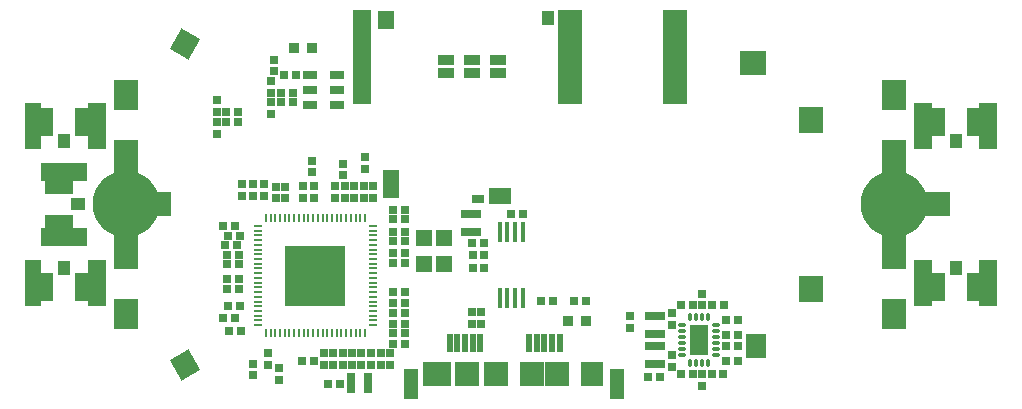
<source format=gbs>
G04*
G04 #@! TF.GenerationSoftware,Altium Limited,Altium Designer,18.1.6 (161)*
G04*
G04 Layer_Color=16711935*
%FSLAX24Y24*%
%MOIN*%
G70*
G01*
G75*
%ADD31R,0.0252X0.0252*%
%ADD32R,0.0921X0.0488*%
%ADD33R,0.0469X0.0449*%
%ADD35R,0.0370X0.0370*%
%ADD37R,0.1551X0.0646*%
%ADD40R,0.0646X0.1551*%
%ADD41R,0.0567X0.1551*%
%ADD44C,0.2220*%
G04:AMPARAMS|DCode=63|XSize=9.1mil|YSize=29.5mil|CornerRadius=2.3mil|HoleSize=0mil|Usage=FLASHONLY|Rotation=0.000|XOffset=0mil|YOffset=0mil|HoleType=Round|Shape=RoundedRectangle|*
%AMROUNDEDRECTD63*
21,1,0.0091,0.0250,0,0,0.0*
21,1,0.0045,0.0295,0,0,0.0*
1,1,0.0045,0.0023,-0.0125*
1,1,0.0045,-0.0023,-0.0125*
1,1,0.0045,-0.0023,0.0125*
1,1,0.0045,0.0023,0.0125*
%
%ADD63ROUNDEDRECTD63*%
G04:AMPARAMS|DCode=80|XSize=9.1mil|YSize=29.5mil|CornerRadius=2.3mil|HoleSize=0mil|Usage=FLASHONLY|Rotation=90.000|XOffset=0mil|YOffset=0mil|HoleType=Round|Shape=RoundedRectangle|*
%AMROUNDEDRECTD80*
21,1,0.0091,0.0250,0,0,90.0*
21,1,0.0045,0.0295,0,0,90.0*
1,1,0.0045,0.0125,0.0023*
1,1,0.0045,0.0125,-0.0023*
1,1,0.0045,-0.0125,-0.0023*
1,1,0.0045,-0.0125,0.0023*
%
%ADD80ROUNDEDRECTD80*%
%ADD82R,0.0630X0.1024*%
%ADD89R,0.0787X0.2165*%
%ADD90R,0.0787X0.0984*%
G04:AMPARAMS|DCode=91|XSize=78.7mil|YSize=71.9mil|CornerRadius=0mil|HoleSize=0mil|Usage=FLASHONLY|Rotation=240.000|XOffset=0mil|YOffset=0mil|HoleType=Round|Shape=Rectangle|*
%AMROTATEDRECTD91*
4,1,4,-0.0115,0.0521,0.0508,0.0161,0.0115,-0.0521,-0.0508,-0.0161,-0.0115,0.0521,0.0*
%
%ADD91ROTATEDRECTD91*%

G04:AMPARAMS|DCode=92|XSize=78.7mil|YSize=71.9mil|CornerRadius=0mil|HoleSize=0mil|Usage=FLASHONLY|Rotation=120.000|XOffset=0mil|YOffset=0mil|HoleType=Round|Shape=Rectangle|*
%AMROTATEDRECTD92*
4,1,4,0.0508,-0.0161,-0.0115,-0.0521,-0.0508,0.0161,0.0115,0.0521,0.0508,-0.0161,0.0*
%
%ADD92ROTATEDRECTD92*%

%ADD93R,0.0630X0.3150*%
%ADD94R,0.1496X0.0787*%
%ADD95R,0.0512X0.0984*%
%ADD96R,0.0512X0.0984*%
%ADD97R,0.0866X0.0787*%
%ADD98R,0.0787X0.0906*%
%ADD99R,0.0669X0.0787*%
%ADD100R,0.0787X0.3150*%
%ADD101R,0.1870X0.0787*%
%ADD102R,0.2047X0.2047*%
%ADD103R,0.0252X0.0252*%
%ADD104R,0.0488X0.0921*%
%ADD105R,0.0449X0.0469*%
%ADD106R,0.0173X0.0705*%
%ADD107R,0.0685X0.0252*%
%ADD108R,0.0528X0.0567*%
%ADD109R,0.0961X0.0803*%
%ADD110R,0.0803X0.0803*%
%ADD111R,0.0764X0.0803*%
%ADD112R,0.0216X0.0590*%
%ADD113R,0.0744X0.0567*%
%ADD114R,0.0449X0.0488*%
%ADD115R,0.0449X0.0311*%
%ADD116R,0.0528X0.0980*%
%ADD117R,0.0528X0.0606*%
%ADD118R,0.0528X0.0370*%
%ADD119R,0.0252X0.0685*%
G04:AMPARAMS|DCode=120|XSize=15.4mil|YSize=25.2mil|CornerRadius=5.2mil|HoleSize=0mil|Usage=FLASHONLY|Rotation=0.000|XOffset=0mil|YOffset=0mil|HoleType=Round|Shape=RoundedRectangle|*
%AMROUNDEDRECTD120*
21,1,0.0154,0.0148,0,0,0.0*
21,1,0.0049,0.0252,0,0,0.0*
1,1,0.0104,0.0025,-0.0074*
1,1,0.0104,-0.0025,-0.0074*
1,1,0.0104,-0.0025,0.0074*
1,1,0.0104,0.0025,0.0074*
%
%ADD120ROUNDEDRECTD120*%
G04:AMPARAMS|DCode=121|XSize=15.4mil|YSize=25.2mil|CornerRadius=5.2mil|HoleSize=0mil|Usage=FLASHONLY|Rotation=270.000|XOffset=0mil|YOffset=0mil|HoleType=Round|Shape=RoundedRectangle|*
%AMROUNDEDRECTD121*
21,1,0.0154,0.0148,0,0,270.0*
21,1,0.0049,0.0252,0,0,270.0*
1,1,0.0104,-0.0074,-0.0025*
1,1,0.0104,-0.0074,0.0025*
1,1,0.0104,0.0074,0.0025*
1,1,0.0104,0.0074,-0.0025*
%
%ADD121ROUNDEDRECTD121*%
%ADD122R,0.0488X0.0307*%
G54D31*
X71880Y24390D02*
D03*
X71486D02*
D03*
X81349Y25738D02*
D03*
X80955D02*
D03*
X71909Y22677D02*
D03*
X71516D02*
D03*
X77037Y24104D02*
D03*
X77431D02*
D03*
X77037Y23130D02*
D03*
X77431D02*
D03*
X74400Y20837D02*
D03*
X74006D02*
D03*
X88140Y21722D02*
D03*
X88533D02*
D03*
X86624Y22697D02*
D03*
X87018D02*
D03*
X85915Y20305D02*
D03*
X85522D02*
D03*
X73780Y30364D02*
D03*
X73386D02*
D03*
X86624Y20404D02*
D03*
X87018D02*
D03*
X71427Y24705D02*
D03*
X71821D02*
D03*
X71555Y21831D02*
D03*
X71949D02*
D03*
X88140Y21358D02*
D03*
X88533D02*
D03*
X71752Y22274D02*
D03*
X71358D02*
D03*
X77037Y24843D02*
D03*
X77431D02*
D03*
X77037Y25563D02*
D03*
X77431D02*
D03*
X77431Y22087D02*
D03*
X77037D02*
D03*
X79675Y24360D02*
D03*
X80069D02*
D03*
X79670Y24785D02*
D03*
X80064D02*
D03*
X75266Y20089D02*
D03*
X74872D02*
D03*
X88041Y20404D02*
D03*
X87648D02*
D03*
X88140Y20846D02*
D03*
X88533D02*
D03*
X87657Y22697D02*
D03*
X88051D02*
D03*
X88533Y22215D02*
D03*
X88140D02*
D03*
X71742Y25335D02*
D03*
X71348D02*
D03*
X77037Y24429D02*
D03*
X77431D02*
D03*
X77037Y22766D02*
D03*
X77431D02*
D03*
X77037Y25878D02*
D03*
X77431D02*
D03*
X71516Y25020D02*
D03*
X71909D02*
D03*
X77037Y22431D02*
D03*
X77431D02*
D03*
X73689Y29775D02*
D03*
Y29460D02*
D03*
X81949Y22835D02*
D03*
X82343D02*
D03*
X83051D02*
D03*
X83445D02*
D03*
X77037Y25157D02*
D03*
X77431D02*
D03*
X71880Y24075D02*
D03*
X71486D02*
D03*
X77037Y21417D02*
D03*
X77431D02*
D03*
X77037Y21762D02*
D03*
X77431D02*
D03*
X71467Y29134D02*
D03*
Y28819D02*
D03*
X73296Y29775D02*
D03*
Y29460D02*
D03*
X71880Y23573D02*
D03*
Y23258D02*
D03*
X71860Y29134D02*
D03*
Y28819D02*
D03*
X80069Y23937D02*
D03*
X79675D02*
D03*
X71486Y23573D02*
D03*
Y23258D02*
D03*
G54D32*
X65906Y25472D02*
D03*
Y26654D02*
D03*
G54D33*
X66535Y26063D02*
D03*
G54D35*
X73740Y31289D02*
D03*
X74331D02*
D03*
X82854Y22185D02*
D03*
X83445D02*
D03*
G54D37*
X66063Y24980D02*
D03*
Y27146D02*
D03*
G54D40*
X67146Y28681D02*
D03*
Y23445D02*
D03*
X96870Y28681D02*
D03*
X94705D02*
D03*
X96870Y23445D02*
D03*
X94705D02*
D03*
G54D41*
X65020Y28681D02*
D03*
Y23445D02*
D03*
G54D44*
X93720Y26063D02*
D03*
X68130D02*
D03*
G54D63*
X74518Y21772D02*
D03*
X74675D02*
D03*
X73888D02*
D03*
X74045D02*
D03*
X72943D02*
D03*
X73100D02*
D03*
X73258D02*
D03*
X72785D02*
D03*
X75935Y25610D02*
D03*
X76093D02*
D03*
X73415Y21772D02*
D03*
X73573D02*
D03*
X73730D02*
D03*
X74203D02*
D03*
X74360D02*
D03*
X74833D02*
D03*
X74990D02*
D03*
X75148D02*
D03*
X75305D02*
D03*
X75463D02*
D03*
X75620D02*
D03*
X75778D02*
D03*
X75935D02*
D03*
X76093D02*
D03*
X75778Y25610D02*
D03*
X75620D02*
D03*
X75463D02*
D03*
X75305D02*
D03*
X75148D02*
D03*
X74675D02*
D03*
X74518D02*
D03*
X74360D02*
D03*
X74203D02*
D03*
X73730D02*
D03*
X73573D02*
D03*
X73415D02*
D03*
X73258D02*
D03*
X73100D02*
D03*
X72943D02*
D03*
X72785D02*
D03*
X74045D02*
D03*
X73888D02*
D03*
X74990D02*
D03*
X74833D02*
D03*
G54D80*
X76358Y22352D02*
D03*
Y22195D02*
D03*
Y22037D02*
D03*
X72520Y25187D02*
D03*
X76358Y22510D02*
D03*
Y22667D02*
D03*
Y22825D02*
D03*
Y22982D02*
D03*
Y23140D02*
D03*
Y23297D02*
D03*
Y23455D02*
D03*
Y23612D02*
D03*
Y23770D02*
D03*
Y23927D02*
D03*
Y24085D02*
D03*
Y24242D02*
D03*
Y24400D02*
D03*
Y24557D02*
D03*
Y24715D02*
D03*
Y24872D02*
D03*
Y25030D02*
D03*
Y25187D02*
D03*
Y25344D02*
D03*
X72520Y25344D02*
D03*
Y25030D02*
D03*
Y24872D02*
D03*
Y24715D02*
D03*
Y24557D02*
D03*
Y24400D02*
D03*
Y24242D02*
D03*
Y24085D02*
D03*
Y23927D02*
D03*
Y23770D02*
D03*
Y23612D02*
D03*
Y23140D02*
D03*
Y22825D02*
D03*
Y22667D02*
D03*
Y22510D02*
D03*
Y22352D02*
D03*
Y22195D02*
D03*
Y22037D02*
D03*
Y22982D02*
D03*
Y23455D02*
D03*
Y23297D02*
D03*
G54D82*
X87215Y21545D02*
D03*
G54D89*
X68130Y27146D02*
D03*
X68130Y24980D02*
D03*
X93720D02*
D03*
X93720Y27146D02*
D03*
G54D90*
X68130Y29705D02*
D03*
X68130Y22421D02*
D03*
X93720D02*
D03*
X93720Y29705D02*
D03*
G54D91*
X70095Y31408D02*
D03*
G54D92*
Y20718D02*
D03*
G54D93*
X76004Y30984D02*
D03*
G54D94*
X68878Y26063D02*
D03*
G54D95*
X77638Y20059D02*
D03*
G54D96*
X84488Y20059D02*
D03*
G54D97*
X89035Y30787D02*
D03*
G54D98*
X90965Y28878D02*
D03*
Y23248D02*
D03*
G54D99*
X89134Y21339D02*
D03*
G54D100*
X82933Y30984D02*
D03*
X86437D02*
D03*
G54D101*
X94656Y26063D02*
D03*
G54D102*
X74439Y23691D02*
D03*
G54D103*
X79656Y22461D02*
D03*
X79970D02*
D03*
X73051Y30492D02*
D03*
Y30886D02*
D03*
X74400Y26270D02*
D03*
Y26663D02*
D03*
X76299Y21112D02*
D03*
Y20719D02*
D03*
X75413Y26270D02*
D03*
Y26663D02*
D03*
X72874Y21102D02*
D03*
Y20709D02*
D03*
X73435Y26260D02*
D03*
Y26654D02*
D03*
X75344Y21112D02*
D03*
Y20719D02*
D03*
X76614Y21112D02*
D03*
Y20719D02*
D03*
X75728Y26270D02*
D03*
Y26663D02*
D03*
X73120Y26260D02*
D03*
Y26654D02*
D03*
X84911Y22334D02*
D03*
Y21941D02*
D03*
X76358Y26663D02*
D03*
Y26270D02*
D03*
X75098Y26663D02*
D03*
Y26270D02*
D03*
X74035Y26663D02*
D03*
Y26270D02*
D03*
X72352Y20758D02*
D03*
Y20364D02*
D03*
X86309Y20650D02*
D03*
Y21043D02*
D03*
X79970Y22067D02*
D03*
X79656D02*
D03*
X87333Y20404D02*
D03*
Y20010D02*
D03*
Y23091D02*
D03*
Y22697D02*
D03*
X73217Y20600D02*
D03*
Y20207D02*
D03*
X76939Y21112D02*
D03*
Y20719D02*
D03*
X75030Y21112D02*
D03*
Y20719D02*
D03*
X75974Y21112D02*
D03*
Y20719D02*
D03*
X75659D02*
D03*
Y21112D02*
D03*
X76043Y26270D02*
D03*
Y26663D02*
D03*
X74715Y21112D02*
D03*
Y20719D02*
D03*
X86309Y22451D02*
D03*
Y22057D02*
D03*
X72971Y29067D02*
D03*
X71152Y29528D02*
D03*
Y28425D02*
D03*
X72352Y26339D02*
D03*
Y26732D02*
D03*
X76083Y27628D02*
D03*
Y27234D02*
D03*
X72971Y30169D02*
D03*
X74321Y27126D02*
D03*
Y27520D02*
D03*
X71978Y26339D02*
D03*
Y26732D02*
D03*
X72726Y26339D02*
D03*
Y26732D02*
D03*
X75344Y27421D02*
D03*
Y27028D02*
D03*
X71152Y29134D02*
D03*
Y28819D02*
D03*
X72971Y29775D02*
D03*
Y29460D02*
D03*
G54D104*
X96378Y23307D02*
D03*
X95197D02*
D03*
Y28819D02*
D03*
X96378D02*
D03*
X66654Y23307D02*
D03*
X65472D02*
D03*
Y28819D02*
D03*
X66654D02*
D03*
G54D105*
X95787Y23937D02*
D03*
Y28189D02*
D03*
X66063Y23937D02*
D03*
Y28189D02*
D03*
G54D106*
X80579Y25136D02*
D03*
X80835D02*
D03*
X81347D02*
D03*
X80579Y22951D02*
D03*
X80835D02*
D03*
X81091D02*
D03*
X81347D02*
D03*
X81091Y25136D02*
D03*
G54D107*
X85748Y22333D02*
D03*
Y21742D02*
D03*
X85748Y21339D02*
D03*
Y20748D02*
D03*
X79626Y25738D02*
D03*
Y25148D02*
D03*
G54D108*
X78740Y24085D02*
D03*
Y24951D02*
D03*
X78071Y24085D02*
D03*
Y24951D02*
D03*
G54D109*
X78484Y20404D02*
D03*
G54D110*
X82490D02*
D03*
X81644D02*
D03*
X80472D02*
D03*
X79488D02*
D03*
G54D111*
X83642D02*
D03*
G54D112*
X81555Y21447D02*
D03*
X81811D02*
D03*
X82579D02*
D03*
X79429D02*
D03*
X79173D02*
D03*
X78917D02*
D03*
X79941D02*
D03*
X79685D02*
D03*
X82323D02*
D03*
X82067D02*
D03*
G54D113*
X80598Y26358D02*
D03*
G54D114*
X82185Y32264D02*
D03*
G54D115*
X79862Y26230D02*
D03*
G54D116*
X76949Y26742D02*
D03*
G54D117*
X76791Y32205D02*
D03*
G54D118*
X79654Y30866D02*
D03*
X78791Y30433D02*
D03*
X80516D02*
D03*
X79654D02*
D03*
X80516Y30866D02*
D03*
X78791D02*
D03*
G54D119*
X75610Y20098D02*
D03*
X76201D02*
D03*
G54D120*
X86919Y20778D02*
D03*
X87116D02*
D03*
X87313D02*
D03*
X87510D02*
D03*
Y22313D02*
D03*
X87313D02*
D03*
X87116D02*
D03*
X86919D02*
D03*
G54D121*
X87785Y21053D02*
D03*
Y21250D02*
D03*
Y21447D02*
D03*
Y21644D02*
D03*
Y21841D02*
D03*
Y22037D02*
D03*
X86644Y22037D02*
D03*
Y21841D02*
D03*
Y21644D02*
D03*
Y21447D02*
D03*
Y21250D02*
D03*
Y21053D02*
D03*
G54D122*
X74252Y30362D02*
D03*
Y29862D02*
D03*
X75157Y29362D02*
D03*
X74252D02*
D03*
X75157Y29862D02*
D03*
Y30362D02*
D03*
M02*

</source>
